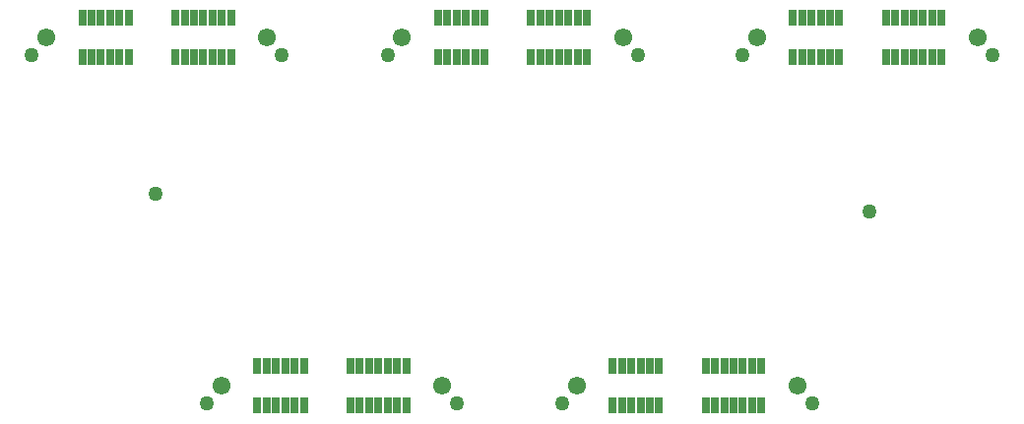
<source format=gbr>
%TF.GenerationSoftware,KiCad,Pcbnew,8.0.2-1*%
%TF.CreationDate,2024-06-18T10:28:37-04:00*%
%TF.ProjectId,Untitled,556e7469-746c-4656-942e-6b696361645f,rev?*%
%TF.SameCoordinates,Original*%
%TF.FileFunction,Soldermask,Top*%
%TF.FilePolarity,Negative*%
%FSLAX46Y46*%
G04 Gerber Fmt 4.6, Leading zero omitted, Abs format (unit mm)*
G04 Created by KiCad (PCBNEW 8.0.2-1) date 2024-06-18 10:28:37*
%MOMM*%
%LPD*%
G01*
G04 APERTURE LIST*
G04 Aperture macros list*
%AMRoundRect*
0 Rectangle with rounded corners*
0 $1 Rounding radius*
0 $2 $3 $4 $5 $6 $7 $8 $9 X,Y pos of 4 corners*
0 Add a 4 corners polygon primitive as box body*
4,1,4,$2,$3,$4,$5,$6,$7,$8,$9,$2,$3,0*
0 Add four circle primitives for the rounded corners*
1,1,$1+$1,$2,$3*
1,1,$1+$1,$4,$5*
1,1,$1+$1,$6,$7*
1,1,$1+$1,$8,$9*
0 Add four rect primitives between the rounded corners*
20,1,$1+$1,$2,$3,$4,$5,0*
20,1,$1+$1,$4,$5,$6,$7,0*
20,1,$1+$1,$6,$7,$8,$9,0*
20,1,$1+$1,$8,$9,$2,$3,0*%
G04 Aperture macros list end*
%ADD10C,1.270000*%
%ADD11RoundRect,0.102000X-0.250000X-0.600000X0.250000X-0.600000X0.250000X0.600000X-0.250000X0.600000X0*%
%ADD12C,1.552000*%
G04 APERTURE END LIST*
D10*
%TO.C,REF\u002A\u002A4*%
X104255000Y-116500000D03*
X125745000Y-116500000D03*
D11*
X108600000Y-116700000D03*
X108600000Y-113300000D03*
X109400000Y-116700000D03*
X109400000Y-113300000D03*
X110200000Y-116700000D03*
X110200000Y-113300000D03*
X111000000Y-116700000D03*
X111000000Y-113300000D03*
X111800000Y-116700000D03*
X111800000Y-113300000D03*
X112600000Y-116700000D03*
X112600000Y-113300000D03*
X116600000Y-116700000D03*
X116600000Y-113300000D03*
X117400000Y-116700000D03*
X117400000Y-113300000D03*
X118200000Y-116700000D03*
X118200000Y-113300000D03*
X119000000Y-116700000D03*
X119000000Y-113300000D03*
X119800000Y-116700000D03*
X119800000Y-113300000D03*
X120600000Y-116700000D03*
X120600000Y-113300000D03*
X121400000Y-116700000D03*
X121400000Y-113300000D03*
D12*
X105505000Y-115000000D03*
X124495000Y-115000000D03*
%TD*%
D10*
%TO.C,REF\u002A\u002A*%
X73710000Y-116500000D03*
X95200000Y-116500000D03*
D11*
X78055000Y-116700000D03*
X78055000Y-113300000D03*
X78855000Y-116700000D03*
X78855000Y-113300000D03*
X79655000Y-116700000D03*
X79655000Y-113300000D03*
X80455000Y-116700000D03*
X80455000Y-113300000D03*
X81255000Y-116700000D03*
X81255000Y-113300000D03*
X82055000Y-116700000D03*
X82055000Y-113300000D03*
X86055000Y-116700000D03*
X86055000Y-113300000D03*
X86855000Y-116700000D03*
X86855000Y-113300000D03*
X87655000Y-116700000D03*
X87655000Y-113300000D03*
X88455000Y-116700000D03*
X88455000Y-113300000D03*
X89255000Y-116700000D03*
X89255000Y-113300000D03*
X90055000Y-116700000D03*
X90055000Y-113300000D03*
X90855000Y-116700000D03*
X90855000Y-113300000D03*
D12*
X74960000Y-115000000D03*
X93950000Y-115000000D03*
%TD*%
D10*
%TO.C,REF\u002A\u002A2*%
X119750000Y-86500000D03*
X141240000Y-86500000D03*
D11*
X124095000Y-86700000D03*
X124095000Y-83300000D03*
X124895000Y-86700000D03*
X124895000Y-83300000D03*
X125695000Y-86700000D03*
X125695000Y-83300000D03*
X126495000Y-86700000D03*
X126495000Y-83300000D03*
X127295000Y-86700000D03*
X127295000Y-83300000D03*
X128095000Y-86700000D03*
X128095000Y-83300000D03*
X132095000Y-86700000D03*
X132095000Y-83300000D03*
X132895000Y-86700000D03*
X132895000Y-83300000D03*
X133695000Y-86700000D03*
X133695000Y-83300000D03*
X134495000Y-86700000D03*
X134495000Y-83300000D03*
X135295000Y-86700000D03*
X135295000Y-83300000D03*
X136095000Y-86700000D03*
X136095000Y-83300000D03*
X136895000Y-86700000D03*
X136895000Y-83300000D03*
D12*
X121000000Y-85000000D03*
X139990000Y-85000000D03*
%TD*%
D10*
%TO.C,REF\u002A\u002A1*%
X58655000Y-86500000D03*
X80145000Y-86500000D03*
D11*
X63000000Y-86700000D03*
X63000000Y-83300000D03*
X63800000Y-86700000D03*
X63800000Y-83300000D03*
X64600000Y-86700000D03*
X64600000Y-83300000D03*
X65400000Y-86700000D03*
X65400000Y-83300000D03*
X66200000Y-86700000D03*
X66200000Y-83300000D03*
X67000000Y-86700000D03*
X67000000Y-83300000D03*
X71000000Y-86700000D03*
X71000000Y-83300000D03*
X71800000Y-86700000D03*
X71800000Y-83300000D03*
X72600000Y-86700000D03*
X72600000Y-83300000D03*
X73400000Y-86700000D03*
X73400000Y-83300000D03*
X74200000Y-86700000D03*
X74200000Y-83300000D03*
X75000000Y-86700000D03*
X75000000Y-83300000D03*
X75800000Y-86700000D03*
X75800000Y-83300000D03*
D12*
X59905000Y-85000000D03*
X78895000Y-85000000D03*
%TD*%
D10*
%TO.C,REF\u002A\u002A3*%
X89255000Y-86500000D03*
X110745000Y-86500000D03*
D11*
X93600000Y-86700000D03*
X93600000Y-83300000D03*
X94400000Y-86700000D03*
X94400000Y-83300000D03*
X95200000Y-86700000D03*
X95200000Y-83300000D03*
X96000000Y-86700000D03*
X96000000Y-83300000D03*
X96800000Y-86700000D03*
X96800000Y-83300000D03*
X97600000Y-86700000D03*
X97600000Y-83300000D03*
X101600000Y-86700000D03*
X101600000Y-83300000D03*
X102400000Y-86700000D03*
X102400000Y-83300000D03*
X103200000Y-86700000D03*
X103200000Y-83300000D03*
X104000000Y-86700000D03*
X104000000Y-83300000D03*
X104800000Y-86700000D03*
X104800000Y-83300000D03*
X105600000Y-86700000D03*
X105600000Y-83300000D03*
X106400000Y-86700000D03*
X106400000Y-83300000D03*
D12*
X90505000Y-85000000D03*
X109495000Y-85000000D03*
%TD*%
D10*
%TO.C,REF\u002A\u002A*%
X69300000Y-98500000D03*
X130700000Y-100000000D03*
%TD*%
M02*

</source>
